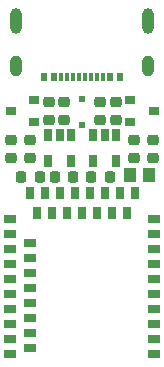
<source format=gtp>
G04 #@! TF.GenerationSoftware,KiCad,Pcbnew,7.0.6*
G04 #@! TF.CreationDate,2023-08-29T11:45:56+03:00*
G04 #@! TF.ProjectId,nrfmicro,6e72666d-6963-4726-9f2e-6b696361645f,rev?*
G04 #@! TF.SameCoordinates,Original*
G04 #@! TF.FileFunction,Paste,Top*
G04 #@! TF.FilePolarity,Positive*
%FSLAX46Y46*%
G04 Gerber Fmt 4.6, Leading zero omitted, Abs format (unit mm)*
G04 Created by KiCad (PCBNEW 7.0.6) date 2023-08-29 11:45:56*
%MOMM*%
%LPD*%
G01*
G04 APERTURE LIST*
G04 Aperture macros list*
%AMRoundRect*
0 Rectangle with rounded corners*
0 $1 Rounding radius*
0 $2 $3 $4 $5 $6 $7 $8 $9 X,Y pos of 4 corners*
0 Add a 4 corners polygon primitive as box body*
4,1,4,$2,$3,$4,$5,$6,$7,$8,$9,$2,$3,0*
0 Add four circle primitives for the rounded corners*
1,1,$1+$1,$2,$3*
1,1,$1+$1,$4,$5*
1,1,$1+$1,$6,$7*
1,1,$1+$1,$8,$9*
0 Add four rect primitives between the rounded corners*
20,1,$1+$1,$2,$3,$4,$5,0*
20,1,$1+$1,$4,$5,$6,$7,0*
20,1,$1+$1,$6,$7,$8,$9,0*
20,1,$1+$1,$8,$9,$2,$3,0*%
G04 Aperture macros list end*
%ADD10R,1.000000X0.650000*%
%ADD11R,0.650000X1.000000*%
%ADD12R,0.900000X0.800000*%
%ADD13R,0.600000X0.600000*%
%ADD14RoundRect,0.218750X-0.218750X-0.256250X0.218750X-0.256250X0.218750X0.256250X-0.218750X0.256250X0*%
%ADD15RoundRect,0.218750X0.256250X-0.218750X0.256250X0.218750X-0.256250X0.218750X-0.256250X-0.218750X0*%
%ADD16RoundRect,0.218750X-0.256250X0.218750X-0.256250X-0.218750X0.256250X-0.218750X0.256250X0.218750X0*%
%ADD17R,0.650000X1.060000*%
%ADD18RoundRect,0.218750X0.218750X0.256250X-0.218750X0.256250X-0.218750X-0.256250X0.218750X-0.256250X0*%
%ADD19R,1.000000X1.200000*%
%ADD20R,0.540000X0.800000*%
%ADD21R,0.300000X0.800000*%
%ADD22O,1.000000X2.200000*%
%ADD23O,1.000000X1.800000*%
G04 APERTURE END LIST*
D10*
X33839000Y-48000000D03*
X33839000Y-46730000D03*
X33839000Y-45460000D03*
X33839000Y-44190000D03*
X33839000Y-42920000D03*
X33839000Y-41650000D03*
X33839000Y-40380000D03*
X33839000Y-39110000D03*
X33839000Y-37840000D03*
X33839000Y-36570000D03*
D11*
X32190000Y-34351000D03*
X31553000Y-36062000D03*
X30920000Y-34351000D03*
X30283000Y-36062000D03*
X29650000Y-34351000D03*
X29013000Y-36062000D03*
X28380000Y-34351000D03*
X27743000Y-36062000D03*
X27110000Y-34351000D03*
X26473000Y-36062000D03*
X25840000Y-34351000D03*
X25203000Y-36062000D03*
X24570000Y-34351000D03*
X23933000Y-36062000D03*
X23300000Y-34351000D03*
D10*
X21601000Y-36570000D03*
X21601000Y-37840000D03*
X23312000Y-38602000D03*
X21601000Y-39110000D03*
X23312000Y-39872000D03*
X21601000Y-40380000D03*
X23312000Y-41142000D03*
X21601000Y-41650000D03*
X23312000Y-42412000D03*
X21601000Y-42920000D03*
X23312000Y-43682000D03*
X21601000Y-44190000D03*
X23312000Y-44952000D03*
X21601000Y-45460000D03*
X23312000Y-46222000D03*
X21601000Y-46730000D03*
X23312000Y-47492000D03*
X21601000Y-48000000D03*
D12*
X31766000Y-26434500D03*
X31766000Y-28334500D03*
X33766000Y-27384500D03*
D13*
X27721600Y-26402000D03*
X27721600Y-28602000D03*
D14*
X22550000Y-33000000D03*
X24125000Y-33000000D03*
X25387500Y-33000000D03*
X26962500Y-33000000D03*
D12*
X23669500Y-28334500D03*
X23669500Y-26434500D03*
X21669500Y-27384500D03*
D15*
X23300000Y-31387500D03*
X23300000Y-29812500D03*
D16*
X26197600Y-26594500D03*
X26197600Y-28169500D03*
X29245600Y-26594500D03*
X29245600Y-28169500D03*
D15*
X21700000Y-31387500D03*
X21700000Y-29812500D03*
D16*
X24927600Y-26594500D03*
X24927600Y-28169500D03*
D17*
X30576600Y-29457000D03*
X29626600Y-29457000D03*
X28676600Y-29457000D03*
X28676600Y-31657000D03*
X30576600Y-31657000D03*
D18*
X30062500Y-33000000D03*
X28487500Y-33000000D03*
D16*
X30550000Y-26594500D03*
X30550000Y-28169500D03*
D17*
X26766600Y-29457000D03*
X25816600Y-29457000D03*
X24866600Y-29457000D03*
X24866600Y-31657000D03*
X26766600Y-31657000D03*
D19*
X31800000Y-32850000D03*
X33400000Y-32850000D03*
D15*
X32150000Y-31387500D03*
X32150000Y-29812500D03*
X33725000Y-31387500D03*
X33725000Y-29812500D03*
D20*
X30921450Y-24498750D03*
X24521450Y-24498750D03*
X25321450Y-24498750D03*
X30121450Y-24498750D03*
D21*
X28971450Y-24498750D03*
X27971450Y-24498750D03*
X27471450Y-24498750D03*
X26471450Y-24498750D03*
X25971450Y-24498750D03*
X26971450Y-24498750D03*
X28471450Y-24498750D03*
X29479450Y-24498750D03*
D22*
X22146150Y-19798750D03*
X33296750Y-19798750D03*
D23*
X33297050Y-23598750D03*
X22146150Y-23598750D03*
M02*

</source>
